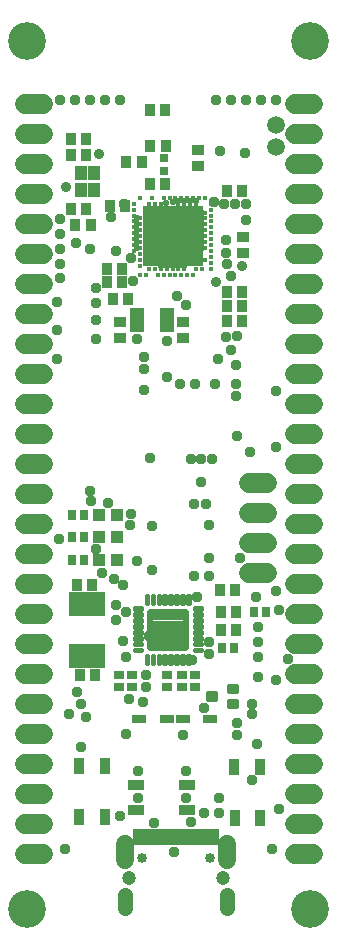
<source format=gbr>
From c3ca4f95bd59f69d45e582a4149327f57a360760 Mon Sep 17 00:00:00 2001
From: jaseg <git@jaseg.de>
Date: Sun, 30 Jan 2022 20:11:38 +0100
Subject: Rename gerbonara/gerber package to just gerbonara

---
 .../tests/resources/eagle_files/soldermask_top.gbr | 843 +++++++++++++++++++++
 1 file changed, 843 insertions(+)
 create mode 100644 gerbonara/tests/resources/eagle_files/soldermask_top.gbr

(limited to 'gerbonara/tests/resources/eagle_files/soldermask_top.gbr')

diff --git a/gerbonara/tests/resources/eagle_files/soldermask_top.gbr b/gerbonara/tests/resources/eagle_files/soldermask_top.gbr
new file mode 100644
index 0000000..d86c37f
--- /dev/null
+++ b/gerbonara/tests/resources/eagle_files/soldermask_top.gbr
@@ -0,0 +1,843 @@
+G04 EAGLE Gerber RS-274X export*
+G75*
+%MOMM*%
+%FSLAX34Y34*%
+%LPD*%
+%INSoldermask Top*%
+%IPPOS*%
+%AMOC8*
+5,1,8,0,0,1.08239X$1,22.5*%
+G01*
+%ADD10C,3.203200*%
+%ADD11C,0.342644*%
+%ADD12C,0.544828*%
+%ADD13C,0.393953*%
+%ADD14R,1.262000X0.742300*%
+%ADD15R,1.003200X1.003200*%
+%ADD16R,0.803200X0.903200*%
+%ADD17R,0.903200X0.803200*%
+%ADD18R,0.903200X1.103200*%
+%ADD19C,1.727200*%
+%ADD20R,1.053200X1.153200*%
+%ADD21R,0.803200X0.803200*%
+%ADD22R,1.103200X0.903200*%
+%ADD23R,1.203200X2.003200*%
+%ADD24R,5.053200X5.053200*%
+%ADD25C,0.403200*%
+%ADD26R,0.838200X1.473200*%
+%ADD27R,0.503200X1.473200*%
+%ADD28C,1.561200*%
+%ADD29C,1.311200*%
+%ADD30C,0.853200*%
+%ADD31R,3.115000X2.020900*%
+%ADD32R,0.853200X1.453200*%
+%ADD33R,1.453200X0.853200*%
+%ADD34C,1.203200*%
+%ADD35C,1.511200*%
+%ADD36C,0.909600*%
+%ADD37C,0.959600*%
+%ADD38C,0.556400*%
+
+
+D10*
+X260000Y755000D03*
+X20000Y755000D03*
+X260000Y20000D03*
+X20000Y20000D03*
+D11*
+X111087Y273530D02*
+X117313Y273530D01*
+X111087Y273530D02*
+X111087Y274930D01*
+X117313Y274930D01*
+X117313Y273530D01*
+X117313Y268530D02*
+X111087Y268530D01*
+X111087Y269930D01*
+X117313Y269930D01*
+X117313Y268530D01*
+X117313Y263530D02*
+X111087Y263530D01*
+X111087Y264930D01*
+X117313Y264930D01*
+X117313Y263530D01*
+X117313Y258530D02*
+X111087Y258530D01*
+X111087Y259930D01*
+X117313Y259930D01*
+X117313Y258530D01*
+X117313Y253530D02*
+X111087Y253530D01*
+X111087Y254930D01*
+X117313Y254930D01*
+X117313Y253530D01*
+X117313Y248530D02*
+X111087Y248530D01*
+X111087Y249930D01*
+X117313Y249930D01*
+X117313Y248530D01*
+X117313Y243530D02*
+X111087Y243530D01*
+X111087Y244930D01*
+X117313Y244930D01*
+X117313Y243530D01*
+X117313Y238530D02*
+X111087Y238530D01*
+X111087Y239930D01*
+X117313Y239930D01*
+X117313Y238530D01*
+X122800Y234443D02*
+X122800Y228217D01*
+X121400Y228217D01*
+X121400Y234443D01*
+X122800Y234443D01*
+X122800Y231472D02*
+X121400Y231472D01*
+X127800Y234443D02*
+X127800Y228217D01*
+X126400Y228217D01*
+X126400Y234443D01*
+X127800Y234443D01*
+X127800Y231472D02*
+X126400Y231472D01*
+X132800Y234443D02*
+X132800Y228217D01*
+X131400Y228217D01*
+X131400Y234443D01*
+X132800Y234443D01*
+X132800Y231472D02*
+X131400Y231472D01*
+X137800Y234443D02*
+X137800Y228217D01*
+X136400Y228217D01*
+X136400Y234443D01*
+X137800Y234443D01*
+X137800Y231472D02*
+X136400Y231472D01*
+X142800Y234443D02*
+X142800Y228217D01*
+X141400Y228217D01*
+X141400Y234443D01*
+X142800Y234443D01*
+X142800Y231472D02*
+X141400Y231472D01*
+X147800Y234443D02*
+X147800Y228217D01*
+X146400Y228217D01*
+X146400Y234443D01*
+X147800Y234443D01*
+X147800Y231472D02*
+X146400Y231472D01*
+X152800Y234443D02*
+X152800Y228217D01*
+X151400Y228217D01*
+X151400Y234443D01*
+X152800Y234443D01*
+X152800Y231472D02*
+X151400Y231472D01*
+X157800Y234443D02*
+X157800Y228217D01*
+X156400Y228217D01*
+X156400Y234443D01*
+X157800Y234443D01*
+X157800Y231472D02*
+X156400Y231472D01*
+X161887Y239930D02*
+X168113Y239930D01*
+X168113Y238530D01*
+X161887Y238530D01*
+X161887Y239930D01*
+X161887Y244930D02*
+X168113Y244930D01*
+X168113Y243530D01*
+X161887Y243530D01*
+X161887Y244930D01*
+X161887Y249930D02*
+X168113Y249930D01*
+X168113Y248530D01*
+X161887Y248530D01*
+X161887Y249930D01*
+X161887Y254930D02*
+X168113Y254930D01*
+X168113Y253530D01*
+X161887Y253530D01*
+X161887Y254930D01*
+X161887Y259930D02*
+X168113Y259930D01*
+X168113Y258530D01*
+X161887Y258530D01*
+X161887Y259930D01*
+X161887Y264930D02*
+X168113Y264930D01*
+X168113Y263530D01*
+X161887Y263530D01*
+X161887Y264930D01*
+X161887Y269930D02*
+X168113Y269930D01*
+X168113Y268530D01*
+X161887Y268530D01*
+X161887Y269930D01*
+X161887Y274930D02*
+X168113Y274930D01*
+X168113Y273530D01*
+X161887Y273530D01*
+X161887Y274930D01*
+X156400Y279017D02*
+X156400Y285243D01*
+X157800Y285243D01*
+X157800Y279017D01*
+X156400Y279017D01*
+X156400Y282272D02*
+X157800Y282272D01*
+X151400Y285243D02*
+X151400Y279017D01*
+X151400Y285243D02*
+X152800Y285243D01*
+X152800Y279017D01*
+X151400Y279017D01*
+X151400Y282272D02*
+X152800Y282272D01*
+X146400Y285243D02*
+X146400Y279017D01*
+X146400Y285243D02*
+X147800Y285243D01*
+X147800Y279017D01*
+X146400Y279017D01*
+X146400Y282272D02*
+X147800Y282272D01*
+X141400Y285243D02*
+X141400Y279017D01*
+X141400Y285243D02*
+X142800Y285243D01*
+X142800Y279017D01*
+X141400Y279017D01*
+X141400Y282272D02*
+X142800Y282272D01*
+X136400Y285243D02*
+X136400Y279017D01*
+X136400Y285243D02*
+X137800Y285243D01*
+X137800Y279017D01*
+X136400Y279017D01*
+X136400Y282272D02*
+X137800Y282272D01*
+X131400Y285243D02*
+X131400Y279017D01*
+X131400Y285243D02*
+X132800Y285243D01*
+X132800Y279017D01*
+X131400Y279017D01*
+X131400Y282272D02*
+X132800Y282272D01*
+X126400Y285243D02*
+X126400Y279017D01*
+X126400Y285243D02*
+X127800Y285243D01*
+X127800Y279017D01*
+X126400Y279017D01*
+X126400Y282272D02*
+X127800Y282272D01*
+X121400Y285243D02*
+X121400Y279017D01*
+X121400Y285243D02*
+X122800Y285243D01*
+X122800Y279017D01*
+X121400Y279017D01*
+X121400Y282272D02*
+X122800Y282272D01*
+D12*
+X124163Y241293D02*
+X155037Y241293D01*
+X124163Y241293D02*
+X124163Y272167D01*
+X155037Y272167D01*
+X155037Y241293D01*
+X155037Y246469D02*
+X124163Y246469D01*
+X124163Y251645D02*
+X155037Y251645D01*
+X155037Y256821D02*
+X124163Y256821D01*
+X124163Y261997D02*
+X155037Y261997D01*
+X155037Y267173D02*
+X124163Y267173D01*
+D13*
+X191454Y196531D02*
+X197166Y196531D01*
+X197166Y192089D01*
+X191454Y192089D01*
+X191454Y196531D01*
+X191454Y195832D02*
+X197166Y195832D01*
+X197166Y209231D02*
+X191454Y209231D01*
+X197166Y209231D02*
+X197166Y204789D01*
+X191454Y204789D01*
+X191454Y209231D01*
+X191454Y208532D02*
+X197166Y208532D01*
+X179386Y202881D02*
+X173674Y202881D01*
+X179386Y202881D02*
+X179386Y198439D01*
+X173674Y198439D01*
+X173674Y202881D01*
+X173674Y202182D02*
+X179386Y202182D01*
+D14*
+X151827Y181610D03*
+X175393Y181610D03*
+X138643Y181610D03*
+X115077Y181610D03*
+D15*
+X96400Y354330D03*
+X81400Y354330D03*
+X96400Y335280D03*
+X81400Y335280D03*
+X96400Y316230D03*
+X81400Y316230D03*
+D16*
+X68500Y354330D03*
+X58500Y354330D03*
+X68500Y335280D03*
+X58500Y335280D03*
+X68500Y316230D03*
+X58500Y316230D03*
+D17*
+X109220Y218360D03*
+X109220Y208360D03*
+X97790Y218360D03*
+X97790Y208360D03*
+X150910Y208360D03*
+X150910Y218360D03*
+X138290Y208360D03*
+X138290Y218360D03*
+X162560Y208360D03*
+X162560Y218360D03*
+D16*
+X185500Y241300D03*
+X195500Y241300D03*
+X222170Y271780D03*
+X212170Y271780D03*
+D18*
+X183180Y290540D03*
+X196180Y290540D03*
+X184000Y271780D03*
+X197000Y271780D03*
+X184000Y256540D03*
+X197000Y256540D03*
+X62080Y295020D03*
+X75080Y295020D03*
+X64620Y218440D03*
+X77620Y218440D03*
+D19*
+X246930Y702100D02*
+X262170Y702100D01*
+X262170Y676700D02*
+X246930Y676700D01*
+X246930Y651300D02*
+X262170Y651300D01*
+X262170Y625900D02*
+X246930Y625900D01*
+X246930Y600500D02*
+X262170Y600500D01*
+X262170Y575100D02*
+X246930Y575100D01*
+X246930Y549700D02*
+X262170Y549700D01*
+X262170Y524300D02*
+X246930Y524300D01*
+X246930Y498900D02*
+X262170Y498900D01*
+X262170Y473500D02*
+X246930Y473500D01*
+X246930Y448100D02*
+X262170Y448100D01*
+X262170Y422700D02*
+X246930Y422700D01*
+X246930Y397300D02*
+X262170Y397300D01*
+X262170Y371900D02*
+X246930Y371900D01*
+X246930Y346500D02*
+X262170Y346500D01*
+X262170Y321100D02*
+X246930Y321100D01*
+X246930Y295700D02*
+X262170Y295700D01*
+X262170Y270300D02*
+X246930Y270300D01*
+X246930Y244900D02*
+X262170Y244900D01*
+X262170Y219500D02*
+X246930Y219500D01*
+X246930Y194100D02*
+X262170Y194100D01*
+X262170Y168700D02*
+X246930Y168700D01*
+X246930Y143300D02*
+X262170Y143300D01*
+X262170Y117900D02*
+X246930Y117900D01*
+X246930Y92500D02*
+X262170Y92500D01*
+X262170Y67100D02*
+X246930Y67100D01*
+D20*
+X65370Y643520D03*
+X65370Y629020D03*
+X76870Y629020D03*
+X76870Y643520D03*
+D21*
+X136250Y645270D03*
+X136250Y656270D03*
+D18*
+X70000Y613410D03*
+X57000Y613410D03*
+X57000Y659130D03*
+X70000Y659130D03*
+X137250Y634000D03*
+X124250Y634000D03*
+X105560Y537210D03*
+X92560Y537210D03*
+D22*
+X202692Y589180D03*
+X202692Y576180D03*
+D18*
+X189330Y628650D03*
+X202330Y628650D03*
+X103990Y652780D03*
+X116990Y652780D03*
+X70000Y672290D03*
+X57000Y672290D03*
+X100480Y551180D03*
+X87480Y551180D03*
+X100480Y562610D03*
+X87480Y562610D03*
+D23*
+X113230Y519430D03*
+X138230Y519430D03*
+D22*
+X99060Y504040D03*
+X99060Y517040D03*
+X152400Y504040D03*
+X152400Y517040D03*
+D24*
+X143250Y590000D03*
+D25*
+X143250Y562500D03*
+X138250Y562500D03*
+X133250Y562500D03*
+X128250Y562500D03*
+X123250Y562500D03*
+X120750Y557500D03*
+X130750Y557500D03*
+X135750Y557500D03*
+X140750Y557500D03*
+X145750Y557500D03*
+X148250Y562500D03*
+X153250Y562500D03*
+X150750Y557500D03*
+X155750Y557500D03*
+X160750Y557500D03*
+X163250Y562500D03*
+X168250Y562500D03*
+X175750Y562500D03*
+X175750Y567500D03*
+X170750Y570000D03*
+X175750Y572500D03*
+X175750Y577500D03*
+X175750Y582500D03*
+X175750Y587500D03*
+X175750Y592500D03*
+X175750Y597500D03*
+X175750Y602500D03*
+X175750Y607500D03*
+X175750Y612500D03*
+X175750Y617500D03*
+X170750Y610000D03*
+X170750Y605000D03*
+X170750Y600000D03*
+X170750Y595000D03*
+X170750Y590000D03*
+X170750Y585000D03*
+X170750Y580000D03*
+X163250Y617500D03*
+X165750Y622500D03*
+X170750Y622500D03*
+X160750Y622500D03*
+X158250Y617500D03*
+X155750Y622500D03*
+X153250Y617500D03*
+X148250Y617500D03*
+X150750Y622500D03*
+X145750Y622500D03*
+X140750Y622500D03*
+X135750Y622500D03*
+X133250Y617500D03*
+X128250Y617500D03*
+X125750Y622500D03*
+X123250Y617500D03*
+X115750Y622500D03*
+X115750Y557500D03*
+X115750Y570000D03*
+X115750Y575000D03*
+X115750Y580000D03*
+X110750Y582500D03*
+X115750Y585000D03*
+X110750Y587500D03*
+X115750Y590000D03*
+X110750Y592500D03*
+X115750Y595000D03*
+X110750Y597500D03*
+X115750Y600000D03*
+X110750Y602500D03*
+X115750Y605000D03*
+X110750Y607500D03*
+X110750Y612500D03*
+X110750Y617500D03*
+X115750Y565000D03*
+X110750Y577500D03*
+D22*
+X164600Y649850D03*
+X164600Y662850D03*
+D18*
+X137310Y666750D03*
+X124310Y666750D03*
+X137250Y697000D03*
+X124250Y697000D03*
+X103274Y615950D03*
+X90274Y615950D03*
+X73810Y599440D03*
+X60810Y599440D03*
+X189080Y518160D03*
+X202080Y518160D03*
+X189080Y530860D03*
+X202080Y530860D03*
+X189080Y542798D03*
+X202080Y542798D03*
+D19*
+X33570Y702100D02*
+X18330Y702100D01*
+X18330Y676700D02*
+X33570Y676700D01*
+X33570Y651300D02*
+X18330Y651300D01*
+X18330Y625900D02*
+X33570Y625900D01*
+X33570Y600500D02*
+X18330Y600500D01*
+X18330Y575100D02*
+X33570Y575100D01*
+X33570Y549700D02*
+X18330Y549700D01*
+X18330Y524300D02*
+X33570Y524300D01*
+X33570Y498900D02*
+X18330Y498900D01*
+X18330Y473500D02*
+X33570Y473500D01*
+X33570Y448100D02*
+X18330Y448100D01*
+X18330Y422700D02*
+X33570Y422700D01*
+X33570Y397300D02*
+X18330Y397300D01*
+X18330Y371900D02*
+X33570Y371900D01*
+X33570Y346500D02*
+X18330Y346500D01*
+X18330Y321100D02*
+X33570Y321100D01*
+X33570Y295700D02*
+X18330Y295700D01*
+X18330Y270300D02*
+X33570Y270300D01*
+X33570Y244900D02*
+X18330Y244900D01*
+X18330Y219500D02*
+X33570Y219500D01*
+X33570Y194100D02*
+X18330Y194100D01*
+X18330Y168700D02*
+X33570Y168700D01*
+X33570Y143300D02*
+X18330Y143300D01*
+X18330Y117900D02*
+X33570Y117900D01*
+X33570Y92500D02*
+X18330Y92500D01*
+X18330Y67100D02*
+X33570Y67100D01*
+D26*
+X122350Y81350D03*
+D27*
+X143850Y81350D03*
+X148850Y81350D03*
+X153850Y81350D03*
+X158850Y81350D03*
+X163850Y81350D03*
+X138850Y81350D03*
+X133850Y81350D03*
+X128850Y81350D03*
+D26*
+X170350Y81350D03*
+X114350Y81350D03*
+X178350Y81350D03*
+D28*
+X189550Y75440D02*
+X189550Y61860D01*
+X103150Y61860D02*
+X103150Y75440D01*
+D29*
+X189550Y32390D02*
+X189550Y21310D01*
+X103150Y21310D02*
+X103150Y32390D01*
+D30*
+X117450Y63650D03*
+X175250Y63650D03*
+D19*
+X208280Y381000D02*
+X223520Y381000D01*
+X223520Y355600D02*
+X208280Y355600D01*
+X208280Y330200D02*
+X223520Y330200D01*
+X223520Y304800D02*
+X208280Y304800D01*
+D31*
+X71120Y234968D03*
+X71120Y278492D03*
+D32*
+X64300Y141700D03*
+X85700Y141700D03*
+X64300Y98300D03*
+X85800Y98300D03*
+D33*
+X112300Y103900D03*
+X112300Y125300D03*
+X155700Y103900D03*
+X155700Y125400D03*
+D32*
+X217180Y97060D03*
+X195780Y97060D03*
+X217180Y140460D03*
+X195680Y140460D03*
+D34*
+X186050Y47000D03*
+X106050Y47000D03*
+D35*
+X231140Y665480D03*
+X231140Y684530D03*
+D36*
+X53170Y631350D03*
+D37*
+X113170Y502540D03*
+X48260Y705000D03*
+X86360Y705000D03*
+X99060Y705080D03*
+X180340Y705000D03*
+X193040Y705000D03*
+X205740Y705000D03*
+X231140Y705000D03*
+X183250Y662540D03*
+X138570Y501270D03*
+X73660Y705000D03*
+X60960Y705000D03*
+X218440Y705000D03*
+X227330Y71120D03*
+X52070Y71120D03*
+X167640Y382270D03*
+X46990Y334010D03*
+X45720Y534670D03*
+X45720Y510540D03*
+X45720Y486410D03*
+X123190Y251460D03*
+X182880Y114300D03*
+X62230Y204470D03*
+X66040Y157480D03*
+X113030Y314960D03*
+D36*
+X81110Y659290D03*
+D37*
+X69850Y182880D03*
+X240792Y232156D03*
+X214630Y160020D03*
+X233680Y105410D03*
+X152400Y167640D03*
+D36*
+X201930Y564896D03*
+D37*
+X198120Y505460D03*
+X173990Y317500D03*
+X173990Y345440D03*
+X161290Y362966D03*
+X118110Y195580D03*
+X109728Y551688D03*
+X48260Y604238D03*
+D38*
+X163250Y620000D03*
+X158250Y620000D03*
+X153250Y620000D03*
+X148250Y620000D03*
+X143256Y618744D03*
+X137922Y618490D03*
+D37*
+X107950Y571754D03*
+D38*
+X113250Y580000D03*
+D37*
+X95532Y577850D03*
+D38*
+X113284Y584962D03*
+X113250Y590000D03*
+D37*
+X73660Y579120D03*
+X73660Y374650D03*
+D38*
+X113250Y595000D03*
+D37*
+X48260Y554990D03*
+X47968Y566712D03*
+X61189Y584327D03*
+X48260Y579120D03*
+D38*
+X113284Y600000D03*
+X113250Y605000D03*
+D37*
+X48260Y591820D03*
+X91440Y606084D03*
+X124460Y401896D03*
+D38*
+X133250Y565000D03*
+D37*
+X147320Y539750D03*
+X78674Y533400D03*
+X78740Y519430D03*
+X154714Y532064D03*
+D38*
+X138430Y565150D03*
+D37*
+X114300Y114300D03*
+X154940Y114300D03*
+X149860Y464820D03*
+X104140Y168628D03*
+D38*
+X143250Y565000D03*
+D37*
+X162560Y464820D03*
+D38*
+X148250Y565000D03*
+D37*
+X198120Y167640D03*
+X158524Y401320D03*
+D38*
+X153250Y565000D03*
+D37*
+X179578Y464820D03*
+X186944Y617220D03*
+D38*
+X168250Y610000D03*
+D37*
+X196088Y617220D03*
+D38*
+X168250Y605000D03*
+D37*
+X205232Y617220D03*
+X231140Y411480D03*
+D38*
+X168250Y600000D03*
+D37*
+X205232Y604012D03*
+D38*
+X168250Y595000D03*
+D37*
+X198120Y177800D03*
+X231140Y289560D03*
+X209069Y407189D03*
+D38*
+X168250Y590000D03*
+D37*
+X55880Y185420D03*
+X188259Y586785D03*
+X73812Y365562D03*
+X78740Y502920D03*
+X215900Y217170D03*
+X188877Y575918D03*
+D38*
+X168250Y585000D03*
+D37*
+X210820Y129540D03*
+D38*
+X168250Y580000D03*
+D37*
+X176812Y401320D03*
+X182118Y485648D03*
+X197131Y454633D03*
+X167640Y401320D03*
+D36*
+X180340Y550926D03*
+D37*
+X66040Y193548D03*
+X182880Y101600D03*
+X99060Y99060D03*
+X196568Y464820D03*
+X95250Y278130D03*
+X119380Y459740D03*
+X188250Y505000D03*
+X102494Y617446D03*
+X78674Y545818D03*
+X210820Y185420D03*
+X178006Y619314D03*
+X204772Y660400D03*
+X213966Y284434D03*
+X107140Y345784D03*
+X119380Y487680D03*
+X193040Y494030D03*
+X119380Y477520D03*
+X196850Y481330D03*
+X125682Y344514D03*
+X210820Y193802D03*
+X192786Y556006D03*
+X233680Y273812D03*
+X231140Y214088D03*
+X189230Y566066D03*
+X198240Y421197D03*
+X200660Y317500D03*
+X138176Y470408D03*
+X231140Y458794D03*
+X104140Y271780D03*
+X173990Y302260D03*
+X101600Y294640D03*
+X104140Y233680D03*
+X93980Y299720D03*
+X120734Y218440D03*
+X215900Y259080D03*
+X173990Y246296D03*
+X215900Y246380D03*
+X173990Y236220D03*
+X215900Y233680D03*
+X159485Y231257D03*
+X95250Y265430D03*
+X106680Y198120D03*
+X114300Y137160D03*
+X154940Y137160D03*
+X164112Y284904D03*
+X161714Y302034D03*
+X101600Y247650D03*
+X83820Y304800D03*
+X127282Y93006D03*
+X158552Y93980D03*
+X120650Y208280D03*
+X88900Y364490D03*
+X107763Y355120D03*
+X171450Y363502D03*
+X125912Y307732D03*
+X78740Y325536D03*
+X144780Y68580D03*
+X170180Y101600D03*
+X170180Y190500D03*
+M02*
-- 
cgit 


</source>
